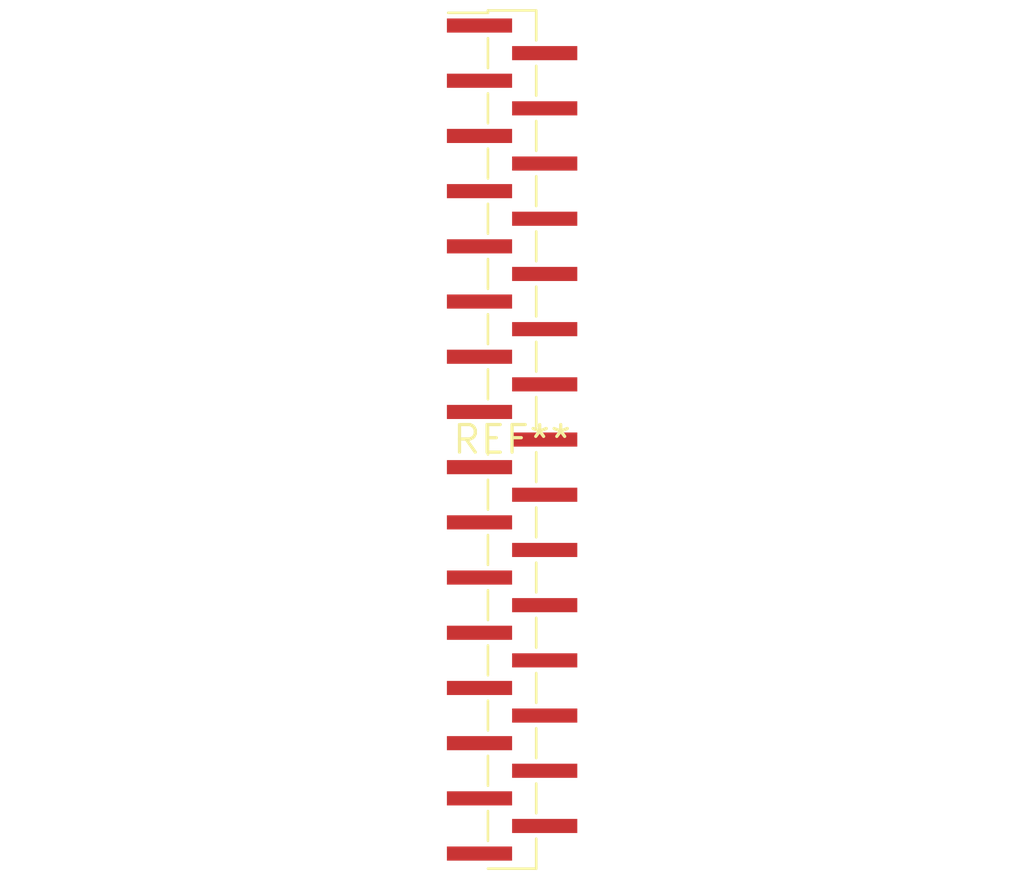
<source format=kicad_pcb>
(kicad_pcb (version 20240108) (generator pcbnew)
  (layers (0 "F.Cu" signal) (31 "B.Cu" signal) (34 "B.Paste" user) (35 "F.Paste" user) (36 "B.SilkS" user "B.Silkscreen") (37 "F.SilkS" user "F.Silkscreen") (38 "B.Mask" user) (39 "F.Mask" user) (44 "Edge.Cuts" user))
  (net 0 "")
  (footprint "PinHeader_1x31_P1.27mm_Vertical_SMD_Pin1Left" (layer "F.Cu") (at 0 0)
    (property "Reference" "REF**")
    (property "Value" "PinHeader_1x31_P1.27mm_Vertical_SMD_Pin1Left")
    (fp_line (start -1.11 -19.745) (end -1.11 -19.635) (layer "F.SilkS") (stroke (width 0.12)))
    (fp_line (start -1.11 -19.745) (end 1.11 -19.745) (layer "F.SilkS") (stroke (width 0.12)))
    (fp_line (start -1.11 -19.635) (end -2.94 -19.635) (layer "F.SilkS") (stroke (width 0.12)))
    (fp_line (start -1.11 -18.465) (end -1.11 -17.095) (layer "F.SilkS") (stroke (width 0.12)))
    (fp_line (start -1.11 -15.925) (end -1.11 -14.555) (layer "F.SilkS") (stroke (width 0.12)))
    (fp_line (start -1.11 -13.385) (end -1.11 -12.015) (layer "F.SilkS") (stroke (width 0.12)))
    (fp_line (start -1.11 -10.845) (end -1.11 -9.475) (layer "F.SilkS") (stroke (width 0.12)))
    (fp_line (start -1.11 -8.305) (end -1.11 -6.935) (layer "F.SilkS") (stroke (width 0.12)))
    (fp_line (start -1.11 -5.765) (end -1.11 -4.395) (layer "F.SilkS") (stroke (width 0.12)))
    (fp_line (start -1.11 -3.225) (end -1.11 -1.855) (layer "F.SilkS") (stroke (width 0.12)))
    (fp_line (start -1.11 -0.685) (end -1.11 0.685) (layer "F.SilkS") (stroke (width 0.12)))
    (fp_line (start -1.11 1.855) (end -1.11 3.225) (layer "F.SilkS") (stroke (width 0.12)))
    (fp_line (start -1.11 4.395) (end -1.11 5.765) (layer "F.SilkS") (stroke (width 0.12)))
    (fp_line (start -1.11 6.935) (end -1.11 8.305) (layer "F.SilkS") (stroke (width 0.12)))
    (fp_line (start -1.11 9.475) (end -1.11 10.845) (layer "F.SilkS") (stroke (width 0.12)))
    (fp_line (start -1.11 12.015) (end -1.11 13.385) (layer "F.SilkS") (stroke (width 0.12)))
    (fp_line (start -1.11 14.555) (end -1.11 15.925) (layer "F.SilkS") (stroke (width 0.12)))
    (fp_line (start -1.11 17.095) (end -1.11 18.465) (layer "F.SilkS") (stroke (width 0.12)))
    (fp_line (start -1.11 19.745) (end 1.11 19.745) (layer "F.SilkS") (stroke (width 0.12)))
    (fp_line (start 1.11 -19.735) (end 1.11 -18.365) (layer "F.SilkS") (stroke (width 0.12)))
    (fp_line (start 1.11 -17.195) (end 1.11 -15.825) (layer "F.SilkS") (stroke (width 0.12)))
    (fp_line (start 1.11 -14.655) (end 1.11 -13.285) (layer "F.SilkS") (stroke (width 0.12)))
    (fp_line (start 1.11 -12.115) (end 1.11 -10.745) (layer "F.SilkS") (stroke (width 0.12)))
    (fp_line (start 1.11 -9.575) (end 1.11 -8.205) (layer "F.SilkS") (stroke (width 0.12)))
    (fp_line (start 1.11 -7.035) (end 1.11 -5.665) (layer "F.SilkS") (stroke (width 0.12)))
    (fp_line (start 1.11 -4.495) (end 1.11 -3.125) (layer "F.SilkS") (stroke (width 0.12)))
    (fp_line (start 1.11 -1.955) (end 1.11 -0.585) (layer "F.SilkS") (stroke (width 0.12)))
    (fp_line (start 1.11 0.585) (end 1.11 1.955) (layer "F.SilkS") (stroke (width 0.12)))
    (fp_line (start 1.11 3.125) (end 1.11 4.495) (layer "F.SilkS") (stroke (width 0.12)))
    (fp_line (start 1.11 5.665) (end 1.11 7.035) (layer "F.SilkS") (stroke (width 0.12)))
    (fp_line (start 1.11 8.205) (end 1.11 9.575) (layer "F.SilkS") (stroke (width 0.12)))
    (fp_line (start 1.11 10.745) (end 1.11 12.115) (layer "F.SilkS") (stroke (width 0.12)))
    (fp_line (start 1.11 13.285) (end 1.11 14.655) (layer "F.SilkS") (stroke (width 0.12)))
    (fp_line (start 1.11 15.825) (end 1.11 17.195) (layer "F.SilkS") (stroke (width 0.12)))
    (fp_line (start 1.11 18.365) (end 1.11 19.735) (layer "F.SilkS") (stroke (width 0.12)))
    (fp_line (start 1.11 19.635) (end 1.11 19.745) (layer "F.SilkS") (stroke (width 0.12)))
    (pad "1" smd rect (at -1.5 -19.05) (size 3 0.65) (layers "F.Cu" "F.Paste" "F.Mask"))
    (pad "2" smd rect (at 1.5 -17.78) (size 3 0.65) (layers "F.Cu" "F.Paste" "F.Mask"))
    (pad "3" smd rect (at -1.5 -16.51) (size 3 0.65) (layers "F.Cu" "F.Paste" "F.Mask"))
    (pad "4" smd rect (at 1.5 -15.24) (size 3 0.65) (layers "F.Cu" "F.Paste" "F.Mask"))
    (pad "5" smd rect (at -1.5 -13.97) (size 3 0.65) (layers "F.Cu" "F.Paste" "F.Mask"))
    (pad "6" smd rect (at 1.5 -12.7) (size 3 0.65) (layers "F.Cu" "F.Paste" "F.Mask"))
    (pad "7" smd rect (at -1.5 -11.43) (size 3 0.65) (layers "F.Cu" "F.Paste" "F.Mask"))
    (pad "8" smd rect (at 1.5 -10.16) (size 3 0.65) (layers "F.Cu" "F.Paste" "F.Mask"))
    (pad "9" smd rect (at -1.5 -8.89) (size 3 0.65) (layers "F.Cu" "F.Paste" "F.Mask"))
    (pad "10" smd rect (at 1.5 -7.62) (size 3 0.65) (layers "F.Cu" "F.Paste" "F.Mask"))
    (pad "11" smd rect (at -1.5 -6.35) (size 3 0.65) (layers "F.Cu" "F.Paste" "F.Mask"))
    (pad "12" smd rect (at 1.5 -5.08) (size 3 0.65) (layers "F.Cu" "F.Paste" "F.Mask"))
    (pad "13" smd rect (at -1.5 -3.81) (size 3 0.65) (layers "F.Cu" "F.Paste" "F.Mask"))
    (pad "14" smd rect (at 1.5 -2.54) (size 3 0.65) (layers "F.Cu" "F.Paste" "F.Mask"))
    (pad "15" smd rect (at -1.5 -1.27) (size 3 0.65) (layers "F.Cu" "F.Paste" "F.Mask"))
    (pad "16" smd rect (at 1.5 0) (size 3 0.65) (layers "F.Cu" "F.Paste" "F.Mask"))
    (pad "17" smd rect (at -1.5 1.27) (size 3 0.65) (layers "F.Cu" "F.Paste" "F.Mask"))
    (pad "18" smd rect (at 1.5 2.54) (size 3 0.65) (layers "F.Cu" "F.Paste" "F.Mask"))
    (pad "19" smd rect (at -1.5 3.81) (size 3 0.65) (layers "F.Cu" "F.Paste" "F.Mask"))
    (pad "20" smd rect (at 1.5 5.08) (size 3 0.65) (layers "F.Cu" "F.Paste" "F.Mask"))
    (pad "21" smd rect (at -1.5 6.35) (size 3 0.65) (layers "F.Cu" "F.Paste" "F.Mask"))
    (pad "22" smd rect (at 1.5 7.62) (size 3 0.65) (layers "F.Cu" "F.Paste" "F.Mask"))
    (pad "23" smd rect (at -1.5 8.89) (size 3 0.65) (layers "F.Cu" "F.Paste" "F.Mask"))
    (pad "24" smd rect (at 1.5 10.16) (size 3 0.65) (layers "F.Cu" "F.Paste" "F.Mask"))
    (pad "25" smd rect (at -1.5 11.43) (size 3 0.65) (layers "F.Cu" "F.Paste" "F.Mask"))
    (pad "26" smd rect (at 1.5 12.7) (size 3 0.65) (layers "F.Cu" "F.Paste" "F.Mask"))
    (pad "27" smd rect (at -1.5 13.97) (size 3 0.65) (layers "F.Cu" "F.Paste" "F.Mask"))
    (pad "28" smd rect (at 1.5 15.24) (size 3 0.65) (layers "F.Cu" "F.Paste" "F.Mask"))
    (pad "29" smd rect (at -1.5 16.51) (size 3 0.65) (layers "F.Cu" "F.Paste" "F.Mask"))
    (pad "30" smd rect (at 1.5 17.78) (size 3 0.65) (layers "F.Cu" "F.Paste" "F.Mask"))
    (pad "31" smd rect (at -1.5 19.05) (size 3 0.65) (layers "F.Cu" "F.Paste" "F.Mask"))
  )
)
</source>
